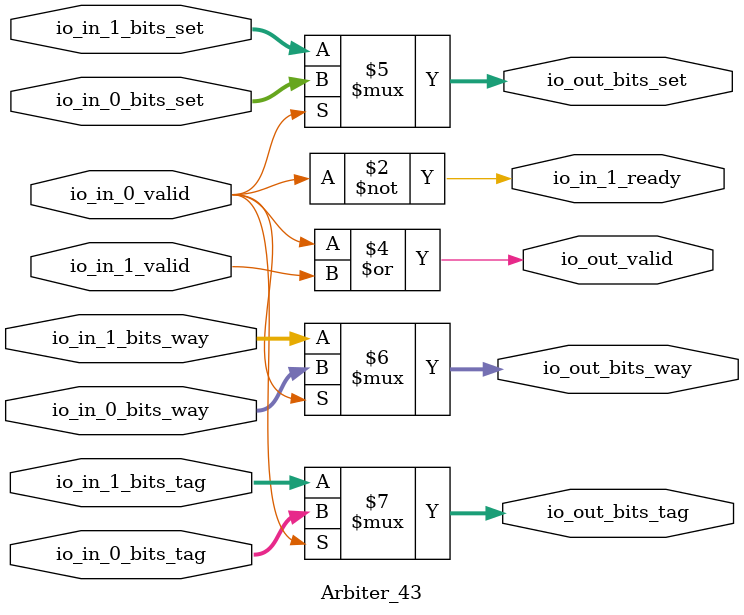
<source format=v>
module Arbiter_43(
  input         io_in_0_valid,
  input  [11:0] io_in_0_bits_set,
  input  [1:0]  io_in_0_bits_way,
  input  [15:0] io_in_0_bits_tag,
  output        io_in_1_ready,
  input         io_in_1_valid,
  input  [11:0] io_in_1_bits_set,
  input  [1:0]  io_in_1_bits_way,
  input  [15:0] io_in_1_bits_tag,
  output        io_out_valid,
  output [11:0] io_out_bits_set,
  output [1:0]  io_out_bits_way,
  output [15:0] io_out_bits_tag
);
  wire  grant_1 = ~io_in_0_valid; // @[Arbiter.scala 46:78]
  assign io_in_1_ready = ~io_in_0_valid; // @[Arbiter.scala 46:78]
  assign io_out_valid = ~grant_1 | io_in_1_valid; // @[Arbiter.scala 150:31]
  assign io_out_bits_set = io_in_0_valid ? io_in_0_bits_set : io_in_1_bits_set; // @[Arbiter.scala 139:15 141:26 143:19]
  assign io_out_bits_way = io_in_0_valid ? io_in_0_bits_way : io_in_1_bits_way; // @[Arbiter.scala 139:15 141:26 143:19]
  assign io_out_bits_tag = io_in_0_valid ? io_in_0_bits_tag : io_in_1_bits_tag; // @[Arbiter.scala 139:15 141:26 143:19]
endmodule

</source>
